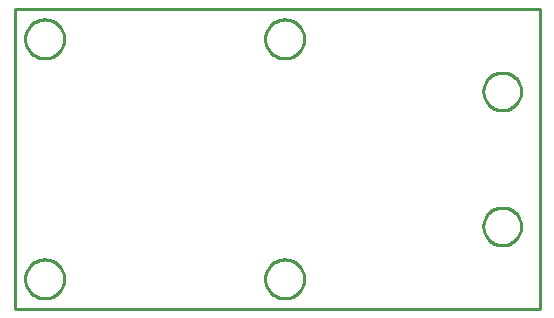
<source format=gko>
G04 EAGLE Gerber RS-274X export*
G75*
%MOMM*%
%FSLAX34Y34*%
%LPD*%
%IN*%
%IPPOS*%
%AMOC8*
5,1,8,0,0,1.08239X$1,22.5*%
G01*
%ADD10C,0.203200*%
%ADD11C,0.000000*%
%ADD12C,0.254000*%


D10*
X444500Y0D02*
X0Y0D01*
X0Y254000D01*
X444500Y254000D01*
X444500Y0D01*
D11*
X396750Y69850D02*
X396755Y70243D01*
X396769Y70635D01*
X396793Y71027D01*
X396827Y71418D01*
X396870Y71809D01*
X396923Y72198D01*
X396986Y72585D01*
X397057Y72971D01*
X397139Y73356D01*
X397229Y73738D01*
X397330Y74117D01*
X397439Y74495D01*
X397558Y74869D01*
X397685Y75240D01*
X397822Y75608D01*
X397968Y75973D01*
X398123Y76334D01*
X398286Y76691D01*
X398458Y77044D01*
X398639Y77392D01*
X398829Y77736D01*
X399026Y78076D01*
X399232Y78410D01*
X399446Y78739D01*
X399669Y79063D01*
X399899Y79381D01*
X400136Y79694D01*
X400382Y80000D01*
X400635Y80301D01*
X400895Y80595D01*
X401162Y80883D01*
X401436Y81164D01*
X401717Y81438D01*
X402005Y81705D01*
X402299Y81965D01*
X402600Y82218D01*
X402906Y82464D01*
X403219Y82701D01*
X403537Y82931D01*
X403861Y83154D01*
X404190Y83368D01*
X404524Y83574D01*
X404864Y83771D01*
X405208Y83961D01*
X405556Y84142D01*
X405909Y84314D01*
X406266Y84477D01*
X406627Y84632D01*
X406992Y84778D01*
X407360Y84915D01*
X407731Y85042D01*
X408105Y85161D01*
X408483Y85270D01*
X408862Y85371D01*
X409244Y85461D01*
X409629Y85543D01*
X410015Y85614D01*
X410402Y85677D01*
X410791Y85730D01*
X411182Y85773D01*
X411573Y85807D01*
X411965Y85831D01*
X412357Y85845D01*
X412750Y85850D01*
X413143Y85845D01*
X413535Y85831D01*
X413927Y85807D01*
X414318Y85773D01*
X414709Y85730D01*
X415098Y85677D01*
X415485Y85614D01*
X415871Y85543D01*
X416256Y85461D01*
X416638Y85371D01*
X417017Y85270D01*
X417395Y85161D01*
X417769Y85042D01*
X418140Y84915D01*
X418508Y84778D01*
X418873Y84632D01*
X419234Y84477D01*
X419591Y84314D01*
X419944Y84142D01*
X420292Y83961D01*
X420636Y83771D01*
X420976Y83574D01*
X421310Y83368D01*
X421639Y83154D01*
X421963Y82931D01*
X422281Y82701D01*
X422594Y82464D01*
X422900Y82218D01*
X423201Y81965D01*
X423495Y81705D01*
X423783Y81438D01*
X424064Y81164D01*
X424338Y80883D01*
X424605Y80595D01*
X424865Y80301D01*
X425118Y80000D01*
X425364Y79694D01*
X425601Y79381D01*
X425831Y79063D01*
X426054Y78739D01*
X426268Y78410D01*
X426474Y78076D01*
X426671Y77736D01*
X426861Y77392D01*
X427042Y77044D01*
X427214Y76691D01*
X427377Y76334D01*
X427532Y75973D01*
X427678Y75608D01*
X427815Y75240D01*
X427942Y74869D01*
X428061Y74495D01*
X428170Y74117D01*
X428271Y73738D01*
X428361Y73356D01*
X428443Y72971D01*
X428514Y72585D01*
X428577Y72198D01*
X428630Y71809D01*
X428673Y71418D01*
X428707Y71027D01*
X428731Y70635D01*
X428745Y70243D01*
X428750Y69850D01*
X428745Y69457D01*
X428731Y69065D01*
X428707Y68673D01*
X428673Y68282D01*
X428630Y67891D01*
X428577Y67502D01*
X428514Y67115D01*
X428443Y66729D01*
X428361Y66344D01*
X428271Y65962D01*
X428170Y65583D01*
X428061Y65205D01*
X427942Y64831D01*
X427815Y64460D01*
X427678Y64092D01*
X427532Y63727D01*
X427377Y63366D01*
X427214Y63009D01*
X427042Y62656D01*
X426861Y62308D01*
X426671Y61964D01*
X426474Y61624D01*
X426268Y61290D01*
X426054Y60961D01*
X425831Y60637D01*
X425601Y60319D01*
X425364Y60006D01*
X425118Y59700D01*
X424865Y59399D01*
X424605Y59105D01*
X424338Y58817D01*
X424064Y58536D01*
X423783Y58262D01*
X423495Y57995D01*
X423201Y57735D01*
X422900Y57482D01*
X422594Y57236D01*
X422281Y56999D01*
X421963Y56769D01*
X421639Y56546D01*
X421310Y56332D01*
X420976Y56126D01*
X420636Y55929D01*
X420292Y55739D01*
X419944Y55558D01*
X419591Y55386D01*
X419234Y55223D01*
X418873Y55068D01*
X418508Y54922D01*
X418140Y54785D01*
X417769Y54658D01*
X417395Y54539D01*
X417017Y54430D01*
X416638Y54329D01*
X416256Y54239D01*
X415871Y54157D01*
X415485Y54086D01*
X415098Y54023D01*
X414709Y53970D01*
X414318Y53927D01*
X413927Y53893D01*
X413535Y53869D01*
X413143Y53855D01*
X412750Y53850D01*
X412357Y53855D01*
X411965Y53869D01*
X411573Y53893D01*
X411182Y53927D01*
X410791Y53970D01*
X410402Y54023D01*
X410015Y54086D01*
X409629Y54157D01*
X409244Y54239D01*
X408862Y54329D01*
X408483Y54430D01*
X408105Y54539D01*
X407731Y54658D01*
X407360Y54785D01*
X406992Y54922D01*
X406627Y55068D01*
X406266Y55223D01*
X405909Y55386D01*
X405556Y55558D01*
X405208Y55739D01*
X404864Y55929D01*
X404524Y56126D01*
X404190Y56332D01*
X403861Y56546D01*
X403537Y56769D01*
X403219Y56999D01*
X402906Y57236D01*
X402600Y57482D01*
X402299Y57735D01*
X402005Y57995D01*
X401717Y58262D01*
X401436Y58536D01*
X401162Y58817D01*
X400895Y59105D01*
X400635Y59399D01*
X400382Y59700D01*
X400136Y60006D01*
X399899Y60319D01*
X399669Y60637D01*
X399446Y60961D01*
X399232Y61290D01*
X399026Y61624D01*
X398829Y61964D01*
X398639Y62308D01*
X398458Y62656D01*
X398286Y63009D01*
X398123Y63366D01*
X397968Y63727D01*
X397822Y64092D01*
X397685Y64460D01*
X397558Y64831D01*
X397439Y65205D01*
X397330Y65583D01*
X397229Y65962D01*
X397139Y66344D01*
X397057Y66729D01*
X396986Y67115D01*
X396923Y67502D01*
X396870Y67891D01*
X396827Y68282D01*
X396793Y68673D01*
X396769Y69065D01*
X396755Y69457D01*
X396750Y69850D01*
X396750Y184150D02*
X396755Y184543D01*
X396769Y184935D01*
X396793Y185327D01*
X396827Y185718D01*
X396870Y186109D01*
X396923Y186498D01*
X396986Y186885D01*
X397057Y187271D01*
X397139Y187656D01*
X397229Y188038D01*
X397330Y188417D01*
X397439Y188795D01*
X397558Y189169D01*
X397685Y189540D01*
X397822Y189908D01*
X397968Y190273D01*
X398123Y190634D01*
X398286Y190991D01*
X398458Y191344D01*
X398639Y191692D01*
X398829Y192036D01*
X399026Y192376D01*
X399232Y192710D01*
X399446Y193039D01*
X399669Y193363D01*
X399899Y193681D01*
X400136Y193994D01*
X400382Y194300D01*
X400635Y194601D01*
X400895Y194895D01*
X401162Y195183D01*
X401436Y195464D01*
X401717Y195738D01*
X402005Y196005D01*
X402299Y196265D01*
X402600Y196518D01*
X402906Y196764D01*
X403219Y197001D01*
X403537Y197231D01*
X403861Y197454D01*
X404190Y197668D01*
X404524Y197874D01*
X404864Y198071D01*
X405208Y198261D01*
X405556Y198442D01*
X405909Y198614D01*
X406266Y198777D01*
X406627Y198932D01*
X406992Y199078D01*
X407360Y199215D01*
X407731Y199342D01*
X408105Y199461D01*
X408483Y199570D01*
X408862Y199671D01*
X409244Y199761D01*
X409629Y199843D01*
X410015Y199914D01*
X410402Y199977D01*
X410791Y200030D01*
X411182Y200073D01*
X411573Y200107D01*
X411965Y200131D01*
X412357Y200145D01*
X412750Y200150D01*
X413143Y200145D01*
X413535Y200131D01*
X413927Y200107D01*
X414318Y200073D01*
X414709Y200030D01*
X415098Y199977D01*
X415485Y199914D01*
X415871Y199843D01*
X416256Y199761D01*
X416638Y199671D01*
X417017Y199570D01*
X417395Y199461D01*
X417769Y199342D01*
X418140Y199215D01*
X418508Y199078D01*
X418873Y198932D01*
X419234Y198777D01*
X419591Y198614D01*
X419944Y198442D01*
X420292Y198261D01*
X420636Y198071D01*
X420976Y197874D01*
X421310Y197668D01*
X421639Y197454D01*
X421963Y197231D01*
X422281Y197001D01*
X422594Y196764D01*
X422900Y196518D01*
X423201Y196265D01*
X423495Y196005D01*
X423783Y195738D01*
X424064Y195464D01*
X424338Y195183D01*
X424605Y194895D01*
X424865Y194601D01*
X425118Y194300D01*
X425364Y193994D01*
X425601Y193681D01*
X425831Y193363D01*
X426054Y193039D01*
X426268Y192710D01*
X426474Y192376D01*
X426671Y192036D01*
X426861Y191692D01*
X427042Y191344D01*
X427214Y190991D01*
X427377Y190634D01*
X427532Y190273D01*
X427678Y189908D01*
X427815Y189540D01*
X427942Y189169D01*
X428061Y188795D01*
X428170Y188417D01*
X428271Y188038D01*
X428361Y187656D01*
X428443Y187271D01*
X428514Y186885D01*
X428577Y186498D01*
X428630Y186109D01*
X428673Y185718D01*
X428707Y185327D01*
X428731Y184935D01*
X428745Y184543D01*
X428750Y184150D01*
X428745Y183757D01*
X428731Y183365D01*
X428707Y182973D01*
X428673Y182582D01*
X428630Y182191D01*
X428577Y181802D01*
X428514Y181415D01*
X428443Y181029D01*
X428361Y180644D01*
X428271Y180262D01*
X428170Y179883D01*
X428061Y179505D01*
X427942Y179131D01*
X427815Y178760D01*
X427678Y178392D01*
X427532Y178027D01*
X427377Y177666D01*
X427214Y177309D01*
X427042Y176956D01*
X426861Y176608D01*
X426671Y176264D01*
X426474Y175924D01*
X426268Y175590D01*
X426054Y175261D01*
X425831Y174937D01*
X425601Y174619D01*
X425364Y174306D01*
X425118Y174000D01*
X424865Y173699D01*
X424605Y173405D01*
X424338Y173117D01*
X424064Y172836D01*
X423783Y172562D01*
X423495Y172295D01*
X423201Y172035D01*
X422900Y171782D01*
X422594Y171536D01*
X422281Y171299D01*
X421963Y171069D01*
X421639Y170846D01*
X421310Y170632D01*
X420976Y170426D01*
X420636Y170229D01*
X420292Y170039D01*
X419944Y169858D01*
X419591Y169686D01*
X419234Y169523D01*
X418873Y169368D01*
X418508Y169222D01*
X418140Y169085D01*
X417769Y168958D01*
X417395Y168839D01*
X417017Y168730D01*
X416638Y168629D01*
X416256Y168539D01*
X415871Y168457D01*
X415485Y168386D01*
X415098Y168323D01*
X414709Y168270D01*
X414318Y168227D01*
X413927Y168193D01*
X413535Y168169D01*
X413143Y168155D01*
X412750Y168150D01*
X412357Y168155D01*
X411965Y168169D01*
X411573Y168193D01*
X411182Y168227D01*
X410791Y168270D01*
X410402Y168323D01*
X410015Y168386D01*
X409629Y168457D01*
X409244Y168539D01*
X408862Y168629D01*
X408483Y168730D01*
X408105Y168839D01*
X407731Y168958D01*
X407360Y169085D01*
X406992Y169222D01*
X406627Y169368D01*
X406266Y169523D01*
X405909Y169686D01*
X405556Y169858D01*
X405208Y170039D01*
X404864Y170229D01*
X404524Y170426D01*
X404190Y170632D01*
X403861Y170846D01*
X403537Y171069D01*
X403219Y171299D01*
X402906Y171536D01*
X402600Y171782D01*
X402299Y172035D01*
X402005Y172295D01*
X401717Y172562D01*
X401436Y172836D01*
X401162Y173117D01*
X400895Y173405D01*
X400635Y173699D01*
X400382Y174000D01*
X400136Y174306D01*
X399899Y174619D01*
X399669Y174937D01*
X399446Y175261D01*
X399232Y175590D01*
X399026Y175924D01*
X398829Y176264D01*
X398639Y176608D01*
X398458Y176956D01*
X398286Y177309D01*
X398123Y177666D01*
X397968Y178027D01*
X397822Y178392D01*
X397685Y178760D01*
X397558Y179131D01*
X397439Y179505D01*
X397330Y179883D01*
X397229Y180262D01*
X397139Y180644D01*
X397057Y181029D01*
X396986Y181415D01*
X396923Y181802D01*
X396870Y182191D01*
X396827Y182582D01*
X396793Y182973D01*
X396769Y183365D01*
X396755Y183757D01*
X396750Y184150D01*
X212090Y25400D02*
X212095Y25805D01*
X212110Y26210D01*
X212135Y26615D01*
X212170Y27018D01*
X212214Y27421D01*
X212269Y27823D01*
X212333Y28223D01*
X212407Y28621D01*
X212491Y29017D01*
X212585Y29412D01*
X212688Y29803D01*
X212801Y30193D01*
X212923Y30579D01*
X213055Y30962D01*
X213196Y31342D01*
X213347Y31718D01*
X213506Y32091D01*
X213675Y32459D01*
X213853Y32823D01*
X214039Y33183D01*
X214235Y33538D01*
X214439Y33888D01*
X214651Y34233D01*
X214872Y34572D01*
X215102Y34907D01*
X215339Y35235D01*
X215584Y35557D01*
X215838Y35874D01*
X216098Y36184D01*
X216367Y36487D01*
X216643Y36784D01*
X216926Y37074D01*
X217216Y37357D01*
X217513Y37633D01*
X217816Y37902D01*
X218126Y38162D01*
X218443Y38416D01*
X218765Y38661D01*
X219093Y38898D01*
X219428Y39128D01*
X219767Y39349D01*
X220112Y39561D01*
X220462Y39765D01*
X220817Y39961D01*
X221177Y40147D01*
X221541Y40325D01*
X221909Y40494D01*
X222282Y40653D01*
X222658Y40804D01*
X223038Y40945D01*
X223421Y41077D01*
X223807Y41199D01*
X224197Y41312D01*
X224588Y41415D01*
X224983Y41509D01*
X225379Y41593D01*
X225777Y41667D01*
X226177Y41731D01*
X226579Y41786D01*
X226982Y41830D01*
X227385Y41865D01*
X227790Y41890D01*
X228195Y41905D01*
X228600Y41910D01*
X229005Y41905D01*
X229410Y41890D01*
X229815Y41865D01*
X230218Y41830D01*
X230621Y41786D01*
X231023Y41731D01*
X231423Y41667D01*
X231821Y41593D01*
X232217Y41509D01*
X232612Y41415D01*
X233003Y41312D01*
X233393Y41199D01*
X233779Y41077D01*
X234162Y40945D01*
X234542Y40804D01*
X234918Y40653D01*
X235291Y40494D01*
X235659Y40325D01*
X236023Y40147D01*
X236383Y39961D01*
X236738Y39765D01*
X237088Y39561D01*
X237433Y39349D01*
X237772Y39128D01*
X238107Y38898D01*
X238435Y38661D01*
X238757Y38416D01*
X239074Y38162D01*
X239384Y37902D01*
X239687Y37633D01*
X239984Y37357D01*
X240274Y37074D01*
X240557Y36784D01*
X240833Y36487D01*
X241102Y36184D01*
X241362Y35874D01*
X241616Y35557D01*
X241861Y35235D01*
X242098Y34907D01*
X242328Y34572D01*
X242549Y34233D01*
X242761Y33888D01*
X242965Y33538D01*
X243161Y33183D01*
X243347Y32823D01*
X243525Y32459D01*
X243694Y32091D01*
X243853Y31718D01*
X244004Y31342D01*
X244145Y30962D01*
X244277Y30579D01*
X244399Y30193D01*
X244512Y29803D01*
X244615Y29412D01*
X244709Y29017D01*
X244793Y28621D01*
X244867Y28223D01*
X244931Y27823D01*
X244986Y27421D01*
X245030Y27018D01*
X245065Y26615D01*
X245090Y26210D01*
X245105Y25805D01*
X245110Y25400D01*
X245105Y24995D01*
X245090Y24590D01*
X245065Y24185D01*
X245030Y23782D01*
X244986Y23379D01*
X244931Y22977D01*
X244867Y22577D01*
X244793Y22179D01*
X244709Y21783D01*
X244615Y21388D01*
X244512Y20997D01*
X244399Y20607D01*
X244277Y20221D01*
X244145Y19838D01*
X244004Y19458D01*
X243853Y19082D01*
X243694Y18709D01*
X243525Y18341D01*
X243347Y17977D01*
X243161Y17617D01*
X242965Y17262D01*
X242761Y16912D01*
X242549Y16567D01*
X242328Y16228D01*
X242098Y15893D01*
X241861Y15565D01*
X241616Y15243D01*
X241362Y14926D01*
X241102Y14616D01*
X240833Y14313D01*
X240557Y14016D01*
X240274Y13726D01*
X239984Y13443D01*
X239687Y13167D01*
X239384Y12898D01*
X239074Y12638D01*
X238757Y12384D01*
X238435Y12139D01*
X238107Y11902D01*
X237772Y11672D01*
X237433Y11451D01*
X237088Y11239D01*
X236738Y11035D01*
X236383Y10839D01*
X236023Y10653D01*
X235659Y10475D01*
X235291Y10306D01*
X234918Y10147D01*
X234542Y9996D01*
X234162Y9855D01*
X233779Y9723D01*
X233393Y9601D01*
X233003Y9488D01*
X232612Y9385D01*
X232217Y9291D01*
X231821Y9207D01*
X231423Y9133D01*
X231023Y9069D01*
X230621Y9014D01*
X230218Y8970D01*
X229815Y8935D01*
X229410Y8910D01*
X229005Y8895D01*
X228600Y8890D01*
X228195Y8895D01*
X227790Y8910D01*
X227385Y8935D01*
X226982Y8970D01*
X226579Y9014D01*
X226177Y9069D01*
X225777Y9133D01*
X225379Y9207D01*
X224983Y9291D01*
X224588Y9385D01*
X224197Y9488D01*
X223807Y9601D01*
X223421Y9723D01*
X223038Y9855D01*
X222658Y9996D01*
X222282Y10147D01*
X221909Y10306D01*
X221541Y10475D01*
X221177Y10653D01*
X220817Y10839D01*
X220462Y11035D01*
X220112Y11239D01*
X219767Y11451D01*
X219428Y11672D01*
X219093Y11902D01*
X218765Y12139D01*
X218443Y12384D01*
X218126Y12638D01*
X217816Y12898D01*
X217513Y13167D01*
X217216Y13443D01*
X216926Y13726D01*
X216643Y14016D01*
X216367Y14313D01*
X216098Y14616D01*
X215838Y14926D01*
X215584Y15243D01*
X215339Y15565D01*
X215102Y15893D01*
X214872Y16228D01*
X214651Y16567D01*
X214439Y16912D01*
X214235Y17262D01*
X214039Y17617D01*
X213853Y17977D01*
X213675Y18341D01*
X213506Y18709D01*
X213347Y19082D01*
X213196Y19458D01*
X213055Y19838D01*
X212923Y20221D01*
X212801Y20607D01*
X212688Y20997D01*
X212585Y21388D01*
X212491Y21783D01*
X212407Y22179D01*
X212333Y22577D01*
X212269Y22977D01*
X212214Y23379D01*
X212170Y23782D01*
X212135Y24185D01*
X212110Y24590D01*
X212095Y24995D01*
X212090Y25400D01*
X212090Y228600D02*
X212095Y229005D01*
X212110Y229410D01*
X212135Y229815D01*
X212170Y230218D01*
X212214Y230621D01*
X212269Y231023D01*
X212333Y231423D01*
X212407Y231821D01*
X212491Y232217D01*
X212585Y232612D01*
X212688Y233003D01*
X212801Y233393D01*
X212923Y233779D01*
X213055Y234162D01*
X213196Y234542D01*
X213347Y234918D01*
X213506Y235291D01*
X213675Y235659D01*
X213853Y236023D01*
X214039Y236383D01*
X214235Y236738D01*
X214439Y237088D01*
X214651Y237433D01*
X214872Y237772D01*
X215102Y238107D01*
X215339Y238435D01*
X215584Y238757D01*
X215838Y239074D01*
X216098Y239384D01*
X216367Y239687D01*
X216643Y239984D01*
X216926Y240274D01*
X217216Y240557D01*
X217513Y240833D01*
X217816Y241102D01*
X218126Y241362D01*
X218443Y241616D01*
X218765Y241861D01*
X219093Y242098D01*
X219428Y242328D01*
X219767Y242549D01*
X220112Y242761D01*
X220462Y242965D01*
X220817Y243161D01*
X221177Y243347D01*
X221541Y243525D01*
X221909Y243694D01*
X222282Y243853D01*
X222658Y244004D01*
X223038Y244145D01*
X223421Y244277D01*
X223807Y244399D01*
X224197Y244512D01*
X224588Y244615D01*
X224983Y244709D01*
X225379Y244793D01*
X225777Y244867D01*
X226177Y244931D01*
X226579Y244986D01*
X226982Y245030D01*
X227385Y245065D01*
X227790Y245090D01*
X228195Y245105D01*
X228600Y245110D01*
X229005Y245105D01*
X229410Y245090D01*
X229815Y245065D01*
X230218Y245030D01*
X230621Y244986D01*
X231023Y244931D01*
X231423Y244867D01*
X231821Y244793D01*
X232217Y244709D01*
X232612Y244615D01*
X233003Y244512D01*
X233393Y244399D01*
X233779Y244277D01*
X234162Y244145D01*
X234542Y244004D01*
X234918Y243853D01*
X235291Y243694D01*
X235659Y243525D01*
X236023Y243347D01*
X236383Y243161D01*
X236738Y242965D01*
X237088Y242761D01*
X237433Y242549D01*
X237772Y242328D01*
X238107Y242098D01*
X238435Y241861D01*
X238757Y241616D01*
X239074Y241362D01*
X239384Y241102D01*
X239687Y240833D01*
X239984Y240557D01*
X240274Y240274D01*
X240557Y239984D01*
X240833Y239687D01*
X241102Y239384D01*
X241362Y239074D01*
X241616Y238757D01*
X241861Y238435D01*
X242098Y238107D01*
X242328Y237772D01*
X242549Y237433D01*
X242761Y237088D01*
X242965Y236738D01*
X243161Y236383D01*
X243347Y236023D01*
X243525Y235659D01*
X243694Y235291D01*
X243853Y234918D01*
X244004Y234542D01*
X244145Y234162D01*
X244277Y233779D01*
X244399Y233393D01*
X244512Y233003D01*
X244615Y232612D01*
X244709Y232217D01*
X244793Y231821D01*
X244867Y231423D01*
X244931Y231023D01*
X244986Y230621D01*
X245030Y230218D01*
X245065Y229815D01*
X245090Y229410D01*
X245105Y229005D01*
X245110Y228600D01*
X245105Y228195D01*
X245090Y227790D01*
X245065Y227385D01*
X245030Y226982D01*
X244986Y226579D01*
X244931Y226177D01*
X244867Y225777D01*
X244793Y225379D01*
X244709Y224983D01*
X244615Y224588D01*
X244512Y224197D01*
X244399Y223807D01*
X244277Y223421D01*
X244145Y223038D01*
X244004Y222658D01*
X243853Y222282D01*
X243694Y221909D01*
X243525Y221541D01*
X243347Y221177D01*
X243161Y220817D01*
X242965Y220462D01*
X242761Y220112D01*
X242549Y219767D01*
X242328Y219428D01*
X242098Y219093D01*
X241861Y218765D01*
X241616Y218443D01*
X241362Y218126D01*
X241102Y217816D01*
X240833Y217513D01*
X240557Y217216D01*
X240274Y216926D01*
X239984Y216643D01*
X239687Y216367D01*
X239384Y216098D01*
X239074Y215838D01*
X238757Y215584D01*
X238435Y215339D01*
X238107Y215102D01*
X237772Y214872D01*
X237433Y214651D01*
X237088Y214439D01*
X236738Y214235D01*
X236383Y214039D01*
X236023Y213853D01*
X235659Y213675D01*
X235291Y213506D01*
X234918Y213347D01*
X234542Y213196D01*
X234162Y213055D01*
X233779Y212923D01*
X233393Y212801D01*
X233003Y212688D01*
X232612Y212585D01*
X232217Y212491D01*
X231821Y212407D01*
X231423Y212333D01*
X231023Y212269D01*
X230621Y212214D01*
X230218Y212170D01*
X229815Y212135D01*
X229410Y212110D01*
X229005Y212095D01*
X228600Y212090D01*
X228195Y212095D01*
X227790Y212110D01*
X227385Y212135D01*
X226982Y212170D01*
X226579Y212214D01*
X226177Y212269D01*
X225777Y212333D01*
X225379Y212407D01*
X224983Y212491D01*
X224588Y212585D01*
X224197Y212688D01*
X223807Y212801D01*
X223421Y212923D01*
X223038Y213055D01*
X222658Y213196D01*
X222282Y213347D01*
X221909Y213506D01*
X221541Y213675D01*
X221177Y213853D01*
X220817Y214039D01*
X220462Y214235D01*
X220112Y214439D01*
X219767Y214651D01*
X219428Y214872D01*
X219093Y215102D01*
X218765Y215339D01*
X218443Y215584D01*
X218126Y215838D01*
X217816Y216098D01*
X217513Y216367D01*
X217216Y216643D01*
X216926Y216926D01*
X216643Y217216D01*
X216367Y217513D01*
X216098Y217816D01*
X215838Y218126D01*
X215584Y218443D01*
X215339Y218765D01*
X215102Y219093D01*
X214872Y219428D01*
X214651Y219767D01*
X214439Y220112D01*
X214235Y220462D01*
X214039Y220817D01*
X213853Y221177D01*
X213675Y221541D01*
X213506Y221909D01*
X213347Y222282D01*
X213196Y222658D01*
X213055Y223038D01*
X212923Y223421D01*
X212801Y223807D01*
X212688Y224197D01*
X212585Y224588D01*
X212491Y224983D01*
X212407Y225379D01*
X212333Y225777D01*
X212269Y226177D01*
X212214Y226579D01*
X212170Y226982D01*
X212135Y227385D01*
X212110Y227790D01*
X212095Y228195D01*
X212090Y228600D01*
X8890Y25400D02*
X8895Y25805D01*
X8910Y26210D01*
X8935Y26615D01*
X8970Y27018D01*
X9014Y27421D01*
X9069Y27823D01*
X9133Y28223D01*
X9207Y28621D01*
X9291Y29017D01*
X9385Y29412D01*
X9488Y29803D01*
X9601Y30193D01*
X9723Y30579D01*
X9855Y30962D01*
X9996Y31342D01*
X10147Y31718D01*
X10306Y32091D01*
X10475Y32459D01*
X10653Y32823D01*
X10839Y33183D01*
X11035Y33538D01*
X11239Y33888D01*
X11451Y34233D01*
X11672Y34572D01*
X11902Y34907D01*
X12139Y35235D01*
X12384Y35557D01*
X12638Y35874D01*
X12898Y36184D01*
X13167Y36487D01*
X13443Y36784D01*
X13726Y37074D01*
X14016Y37357D01*
X14313Y37633D01*
X14616Y37902D01*
X14926Y38162D01*
X15243Y38416D01*
X15565Y38661D01*
X15893Y38898D01*
X16228Y39128D01*
X16567Y39349D01*
X16912Y39561D01*
X17262Y39765D01*
X17617Y39961D01*
X17977Y40147D01*
X18341Y40325D01*
X18709Y40494D01*
X19082Y40653D01*
X19458Y40804D01*
X19838Y40945D01*
X20221Y41077D01*
X20607Y41199D01*
X20997Y41312D01*
X21388Y41415D01*
X21783Y41509D01*
X22179Y41593D01*
X22577Y41667D01*
X22977Y41731D01*
X23379Y41786D01*
X23782Y41830D01*
X24185Y41865D01*
X24590Y41890D01*
X24995Y41905D01*
X25400Y41910D01*
X25805Y41905D01*
X26210Y41890D01*
X26615Y41865D01*
X27018Y41830D01*
X27421Y41786D01*
X27823Y41731D01*
X28223Y41667D01*
X28621Y41593D01*
X29017Y41509D01*
X29412Y41415D01*
X29803Y41312D01*
X30193Y41199D01*
X30579Y41077D01*
X30962Y40945D01*
X31342Y40804D01*
X31718Y40653D01*
X32091Y40494D01*
X32459Y40325D01*
X32823Y40147D01*
X33183Y39961D01*
X33538Y39765D01*
X33888Y39561D01*
X34233Y39349D01*
X34572Y39128D01*
X34907Y38898D01*
X35235Y38661D01*
X35557Y38416D01*
X35874Y38162D01*
X36184Y37902D01*
X36487Y37633D01*
X36784Y37357D01*
X37074Y37074D01*
X37357Y36784D01*
X37633Y36487D01*
X37902Y36184D01*
X38162Y35874D01*
X38416Y35557D01*
X38661Y35235D01*
X38898Y34907D01*
X39128Y34572D01*
X39349Y34233D01*
X39561Y33888D01*
X39765Y33538D01*
X39961Y33183D01*
X40147Y32823D01*
X40325Y32459D01*
X40494Y32091D01*
X40653Y31718D01*
X40804Y31342D01*
X40945Y30962D01*
X41077Y30579D01*
X41199Y30193D01*
X41312Y29803D01*
X41415Y29412D01*
X41509Y29017D01*
X41593Y28621D01*
X41667Y28223D01*
X41731Y27823D01*
X41786Y27421D01*
X41830Y27018D01*
X41865Y26615D01*
X41890Y26210D01*
X41905Y25805D01*
X41910Y25400D01*
X41905Y24995D01*
X41890Y24590D01*
X41865Y24185D01*
X41830Y23782D01*
X41786Y23379D01*
X41731Y22977D01*
X41667Y22577D01*
X41593Y22179D01*
X41509Y21783D01*
X41415Y21388D01*
X41312Y20997D01*
X41199Y20607D01*
X41077Y20221D01*
X40945Y19838D01*
X40804Y19458D01*
X40653Y19082D01*
X40494Y18709D01*
X40325Y18341D01*
X40147Y17977D01*
X39961Y17617D01*
X39765Y17262D01*
X39561Y16912D01*
X39349Y16567D01*
X39128Y16228D01*
X38898Y15893D01*
X38661Y15565D01*
X38416Y15243D01*
X38162Y14926D01*
X37902Y14616D01*
X37633Y14313D01*
X37357Y14016D01*
X37074Y13726D01*
X36784Y13443D01*
X36487Y13167D01*
X36184Y12898D01*
X35874Y12638D01*
X35557Y12384D01*
X35235Y12139D01*
X34907Y11902D01*
X34572Y11672D01*
X34233Y11451D01*
X33888Y11239D01*
X33538Y11035D01*
X33183Y10839D01*
X32823Y10653D01*
X32459Y10475D01*
X32091Y10306D01*
X31718Y10147D01*
X31342Y9996D01*
X30962Y9855D01*
X30579Y9723D01*
X30193Y9601D01*
X29803Y9488D01*
X29412Y9385D01*
X29017Y9291D01*
X28621Y9207D01*
X28223Y9133D01*
X27823Y9069D01*
X27421Y9014D01*
X27018Y8970D01*
X26615Y8935D01*
X26210Y8910D01*
X25805Y8895D01*
X25400Y8890D01*
X24995Y8895D01*
X24590Y8910D01*
X24185Y8935D01*
X23782Y8970D01*
X23379Y9014D01*
X22977Y9069D01*
X22577Y9133D01*
X22179Y9207D01*
X21783Y9291D01*
X21388Y9385D01*
X20997Y9488D01*
X20607Y9601D01*
X20221Y9723D01*
X19838Y9855D01*
X19458Y9996D01*
X19082Y10147D01*
X18709Y10306D01*
X18341Y10475D01*
X17977Y10653D01*
X17617Y10839D01*
X17262Y11035D01*
X16912Y11239D01*
X16567Y11451D01*
X16228Y11672D01*
X15893Y11902D01*
X15565Y12139D01*
X15243Y12384D01*
X14926Y12638D01*
X14616Y12898D01*
X14313Y13167D01*
X14016Y13443D01*
X13726Y13726D01*
X13443Y14016D01*
X13167Y14313D01*
X12898Y14616D01*
X12638Y14926D01*
X12384Y15243D01*
X12139Y15565D01*
X11902Y15893D01*
X11672Y16228D01*
X11451Y16567D01*
X11239Y16912D01*
X11035Y17262D01*
X10839Y17617D01*
X10653Y17977D01*
X10475Y18341D01*
X10306Y18709D01*
X10147Y19082D01*
X9996Y19458D01*
X9855Y19838D01*
X9723Y20221D01*
X9601Y20607D01*
X9488Y20997D01*
X9385Y21388D01*
X9291Y21783D01*
X9207Y22179D01*
X9133Y22577D01*
X9069Y22977D01*
X9014Y23379D01*
X8970Y23782D01*
X8935Y24185D01*
X8910Y24590D01*
X8895Y24995D01*
X8890Y25400D01*
X8890Y228600D02*
X8895Y229005D01*
X8910Y229410D01*
X8935Y229815D01*
X8970Y230218D01*
X9014Y230621D01*
X9069Y231023D01*
X9133Y231423D01*
X9207Y231821D01*
X9291Y232217D01*
X9385Y232612D01*
X9488Y233003D01*
X9601Y233393D01*
X9723Y233779D01*
X9855Y234162D01*
X9996Y234542D01*
X10147Y234918D01*
X10306Y235291D01*
X10475Y235659D01*
X10653Y236023D01*
X10839Y236383D01*
X11035Y236738D01*
X11239Y237088D01*
X11451Y237433D01*
X11672Y237772D01*
X11902Y238107D01*
X12139Y238435D01*
X12384Y238757D01*
X12638Y239074D01*
X12898Y239384D01*
X13167Y239687D01*
X13443Y239984D01*
X13726Y240274D01*
X14016Y240557D01*
X14313Y240833D01*
X14616Y241102D01*
X14926Y241362D01*
X15243Y241616D01*
X15565Y241861D01*
X15893Y242098D01*
X16228Y242328D01*
X16567Y242549D01*
X16912Y242761D01*
X17262Y242965D01*
X17617Y243161D01*
X17977Y243347D01*
X18341Y243525D01*
X18709Y243694D01*
X19082Y243853D01*
X19458Y244004D01*
X19838Y244145D01*
X20221Y244277D01*
X20607Y244399D01*
X20997Y244512D01*
X21388Y244615D01*
X21783Y244709D01*
X22179Y244793D01*
X22577Y244867D01*
X22977Y244931D01*
X23379Y244986D01*
X23782Y245030D01*
X24185Y245065D01*
X24590Y245090D01*
X24995Y245105D01*
X25400Y245110D01*
X25805Y245105D01*
X26210Y245090D01*
X26615Y245065D01*
X27018Y245030D01*
X27421Y244986D01*
X27823Y244931D01*
X28223Y244867D01*
X28621Y244793D01*
X29017Y244709D01*
X29412Y244615D01*
X29803Y244512D01*
X30193Y244399D01*
X30579Y244277D01*
X30962Y244145D01*
X31342Y244004D01*
X31718Y243853D01*
X32091Y243694D01*
X32459Y243525D01*
X32823Y243347D01*
X33183Y243161D01*
X33538Y242965D01*
X33888Y242761D01*
X34233Y242549D01*
X34572Y242328D01*
X34907Y242098D01*
X35235Y241861D01*
X35557Y241616D01*
X35874Y241362D01*
X36184Y241102D01*
X36487Y240833D01*
X36784Y240557D01*
X37074Y240274D01*
X37357Y239984D01*
X37633Y239687D01*
X37902Y239384D01*
X38162Y239074D01*
X38416Y238757D01*
X38661Y238435D01*
X38898Y238107D01*
X39128Y237772D01*
X39349Y237433D01*
X39561Y237088D01*
X39765Y236738D01*
X39961Y236383D01*
X40147Y236023D01*
X40325Y235659D01*
X40494Y235291D01*
X40653Y234918D01*
X40804Y234542D01*
X40945Y234162D01*
X41077Y233779D01*
X41199Y233393D01*
X41312Y233003D01*
X41415Y232612D01*
X41509Y232217D01*
X41593Y231821D01*
X41667Y231423D01*
X41731Y231023D01*
X41786Y230621D01*
X41830Y230218D01*
X41865Y229815D01*
X41890Y229410D01*
X41905Y229005D01*
X41910Y228600D01*
X41905Y228195D01*
X41890Y227790D01*
X41865Y227385D01*
X41830Y226982D01*
X41786Y226579D01*
X41731Y226177D01*
X41667Y225777D01*
X41593Y225379D01*
X41509Y224983D01*
X41415Y224588D01*
X41312Y224197D01*
X41199Y223807D01*
X41077Y223421D01*
X40945Y223038D01*
X40804Y222658D01*
X40653Y222282D01*
X40494Y221909D01*
X40325Y221541D01*
X40147Y221177D01*
X39961Y220817D01*
X39765Y220462D01*
X39561Y220112D01*
X39349Y219767D01*
X39128Y219428D01*
X38898Y219093D01*
X38661Y218765D01*
X38416Y218443D01*
X38162Y218126D01*
X37902Y217816D01*
X37633Y217513D01*
X37357Y217216D01*
X37074Y216926D01*
X36784Y216643D01*
X36487Y216367D01*
X36184Y216098D01*
X35874Y215838D01*
X35557Y215584D01*
X35235Y215339D01*
X34907Y215102D01*
X34572Y214872D01*
X34233Y214651D01*
X33888Y214439D01*
X33538Y214235D01*
X33183Y214039D01*
X32823Y213853D01*
X32459Y213675D01*
X32091Y213506D01*
X31718Y213347D01*
X31342Y213196D01*
X30962Y213055D01*
X30579Y212923D01*
X30193Y212801D01*
X29803Y212688D01*
X29412Y212585D01*
X29017Y212491D01*
X28621Y212407D01*
X28223Y212333D01*
X27823Y212269D01*
X27421Y212214D01*
X27018Y212170D01*
X26615Y212135D01*
X26210Y212110D01*
X25805Y212095D01*
X25400Y212090D01*
X24995Y212095D01*
X24590Y212110D01*
X24185Y212135D01*
X23782Y212170D01*
X23379Y212214D01*
X22977Y212269D01*
X22577Y212333D01*
X22179Y212407D01*
X21783Y212491D01*
X21388Y212585D01*
X20997Y212688D01*
X20607Y212801D01*
X20221Y212923D01*
X19838Y213055D01*
X19458Y213196D01*
X19082Y213347D01*
X18709Y213506D01*
X18341Y213675D01*
X17977Y213853D01*
X17617Y214039D01*
X17262Y214235D01*
X16912Y214439D01*
X16567Y214651D01*
X16228Y214872D01*
X15893Y215102D01*
X15565Y215339D01*
X15243Y215584D01*
X14926Y215838D01*
X14616Y216098D01*
X14313Y216367D01*
X14016Y216643D01*
X13726Y216926D01*
X13443Y217216D01*
X13167Y217513D01*
X12898Y217816D01*
X12638Y218126D01*
X12384Y218443D01*
X12139Y218765D01*
X11902Y219093D01*
X11672Y219428D01*
X11451Y219767D01*
X11239Y220112D01*
X11035Y220462D01*
X10839Y220817D01*
X10653Y221177D01*
X10475Y221541D01*
X10306Y221909D01*
X10147Y222282D01*
X9996Y222658D01*
X9855Y223038D01*
X9723Y223421D01*
X9601Y223807D01*
X9488Y224197D01*
X9385Y224588D01*
X9291Y224983D01*
X9207Y225379D01*
X9133Y225777D01*
X9069Y226177D01*
X9014Y226579D01*
X8970Y226982D01*
X8935Y227385D01*
X8910Y227790D01*
X8895Y228195D01*
X8890Y228600D01*
D12*
X0Y0D02*
X444500Y0D01*
X444500Y254000D01*
X0Y254000D01*
X0Y0D01*
X413274Y85850D02*
X414319Y85782D01*
X415358Y85645D01*
X416385Y85440D01*
X417397Y85169D01*
X418389Y84833D01*
X419357Y84432D01*
X420296Y83968D01*
X421204Y83445D01*
X422075Y82863D01*
X422906Y82225D01*
X423693Y81534D01*
X424434Y80793D01*
X425125Y80006D01*
X425763Y79175D01*
X426345Y78304D01*
X426868Y77396D01*
X427332Y76457D01*
X427733Y75489D01*
X428069Y74497D01*
X428340Y73485D01*
X428545Y72458D01*
X428682Y71419D01*
X428750Y70374D01*
X428750Y69326D01*
X428682Y68281D01*
X428545Y67242D01*
X428340Y66215D01*
X428069Y65203D01*
X427733Y64211D01*
X427332Y63243D01*
X426868Y62304D01*
X426345Y61396D01*
X425763Y60525D01*
X425125Y59694D01*
X424434Y58907D01*
X423693Y58166D01*
X422906Y57475D01*
X422075Y56838D01*
X421204Y56256D01*
X420296Y55732D01*
X419357Y55268D01*
X418389Y54867D01*
X417397Y54531D01*
X416385Y54260D01*
X415358Y54055D01*
X414319Y53919D01*
X413274Y53850D01*
X412226Y53850D01*
X411181Y53919D01*
X410142Y54055D01*
X409115Y54260D01*
X408103Y54531D01*
X407111Y54867D01*
X406143Y55268D01*
X405204Y55732D01*
X404296Y56256D01*
X403425Y56838D01*
X402594Y57475D01*
X401807Y58166D01*
X401066Y58907D01*
X400375Y59694D01*
X399738Y60525D01*
X399156Y61396D01*
X398632Y62304D01*
X398168Y63243D01*
X397767Y64211D01*
X397431Y65203D01*
X397160Y66215D01*
X396955Y67242D01*
X396819Y68281D01*
X396750Y69326D01*
X396750Y70374D01*
X396819Y71419D01*
X396955Y72458D01*
X397160Y73485D01*
X397431Y74497D01*
X397767Y75489D01*
X398168Y76457D01*
X398632Y77396D01*
X399156Y78304D01*
X399738Y79175D01*
X400375Y80006D01*
X401066Y80793D01*
X401807Y81534D01*
X402594Y82225D01*
X403425Y82863D01*
X404296Y83445D01*
X405204Y83968D01*
X406143Y84432D01*
X407111Y84833D01*
X408103Y85169D01*
X409115Y85440D01*
X410142Y85645D01*
X411181Y85782D01*
X412226Y85850D01*
X413274Y85850D01*
X413274Y200150D02*
X414319Y200082D01*
X415358Y199945D01*
X416385Y199740D01*
X417397Y199469D01*
X418389Y199133D01*
X419357Y198732D01*
X420296Y198268D01*
X421204Y197745D01*
X422075Y197163D01*
X422906Y196525D01*
X423693Y195834D01*
X424434Y195093D01*
X425125Y194306D01*
X425763Y193475D01*
X426345Y192604D01*
X426868Y191696D01*
X427332Y190757D01*
X427733Y189789D01*
X428069Y188797D01*
X428340Y187785D01*
X428545Y186758D01*
X428682Y185719D01*
X428750Y184674D01*
X428750Y183626D01*
X428682Y182581D01*
X428545Y181542D01*
X428340Y180515D01*
X428069Y179503D01*
X427733Y178511D01*
X427332Y177543D01*
X426868Y176604D01*
X426345Y175696D01*
X425763Y174825D01*
X425125Y173994D01*
X424434Y173207D01*
X423693Y172466D01*
X422906Y171775D01*
X422075Y171138D01*
X421204Y170556D01*
X420296Y170032D01*
X419357Y169568D01*
X418389Y169167D01*
X417397Y168831D01*
X416385Y168560D01*
X415358Y168355D01*
X414319Y168219D01*
X413274Y168150D01*
X412226Y168150D01*
X411181Y168219D01*
X410142Y168355D01*
X409115Y168560D01*
X408103Y168831D01*
X407111Y169167D01*
X406143Y169568D01*
X405204Y170032D01*
X404296Y170556D01*
X403425Y171138D01*
X402594Y171775D01*
X401807Y172466D01*
X401066Y173207D01*
X400375Y173994D01*
X399738Y174825D01*
X399156Y175696D01*
X398632Y176604D01*
X398168Y177543D01*
X397767Y178511D01*
X397431Y179503D01*
X397160Y180515D01*
X396955Y181542D01*
X396819Y182581D01*
X396750Y183626D01*
X396750Y184674D01*
X396819Y185719D01*
X396955Y186758D01*
X397160Y187785D01*
X397431Y188797D01*
X397767Y189789D01*
X398168Y190757D01*
X398632Y191696D01*
X399156Y192604D01*
X399738Y193475D01*
X400375Y194306D01*
X401066Y195093D01*
X401807Y195834D01*
X402594Y196525D01*
X403425Y197163D01*
X404296Y197745D01*
X405204Y198268D01*
X406143Y198732D01*
X407111Y199133D01*
X408103Y199469D01*
X409115Y199740D01*
X410142Y199945D01*
X411181Y200082D01*
X412226Y200150D01*
X413274Y200150D01*
X229140Y41910D02*
X230219Y41839D01*
X231291Y41698D01*
X232351Y41487D01*
X233395Y41208D01*
X234419Y40860D01*
X235417Y40446D01*
X236387Y39968D01*
X237323Y39428D01*
X238222Y38827D01*
X239079Y38169D01*
X239892Y37457D01*
X240657Y36692D01*
X241369Y35879D01*
X242027Y35022D01*
X242628Y34123D01*
X243168Y33187D01*
X243646Y32217D01*
X244060Y31219D01*
X244408Y30195D01*
X244687Y29151D01*
X244898Y28091D01*
X245039Y27019D01*
X245110Y25940D01*
X245110Y24860D01*
X245039Y23781D01*
X244898Y22709D01*
X244687Y21649D01*
X244408Y20605D01*
X244060Y19581D01*
X243646Y18583D01*
X243168Y17613D01*
X242628Y16677D01*
X242027Y15778D01*
X241369Y14921D01*
X240657Y14108D01*
X239892Y13344D01*
X239079Y12631D01*
X238222Y11973D01*
X237323Y11372D01*
X236387Y10832D01*
X235417Y10354D01*
X234419Y9940D01*
X233395Y9592D01*
X232351Y9313D01*
X231291Y9102D01*
X230219Y8961D01*
X229140Y8890D01*
X228060Y8890D01*
X226981Y8961D01*
X225909Y9102D01*
X224849Y9313D01*
X223805Y9592D01*
X222781Y9940D01*
X221783Y10354D01*
X220813Y10832D01*
X219877Y11372D01*
X218978Y11973D01*
X218121Y12631D01*
X217308Y13344D01*
X216544Y14108D01*
X215831Y14921D01*
X215173Y15778D01*
X214572Y16677D01*
X214032Y17613D01*
X213554Y18583D01*
X213140Y19581D01*
X212792Y20605D01*
X212513Y21649D01*
X212302Y22709D01*
X212161Y23781D01*
X212090Y24860D01*
X212090Y25940D01*
X212161Y27019D01*
X212302Y28091D01*
X212513Y29151D01*
X212792Y30195D01*
X213140Y31219D01*
X213554Y32217D01*
X214032Y33187D01*
X214572Y34123D01*
X215173Y35022D01*
X215831Y35879D01*
X216544Y36692D01*
X217308Y37457D01*
X218121Y38169D01*
X218978Y38827D01*
X219877Y39428D01*
X220813Y39968D01*
X221783Y40446D01*
X222781Y40860D01*
X223805Y41208D01*
X224849Y41487D01*
X225909Y41698D01*
X226981Y41839D01*
X228060Y41910D01*
X229140Y41910D01*
X229140Y245110D02*
X230219Y245039D01*
X231291Y244898D01*
X232351Y244687D01*
X233395Y244408D01*
X234419Y244060D01*
X235417Y243646D01*
X236387Y243168D01*
X237323Y242628D01*
X238222Y242027D01*
X239079Y241369D01*
X239892Y240657D01*
X240657Y239892D01*
X241369Y239079D01*
X242027Y238222D01*
X242628Y237323D01*
X243168Y236387D01*
X243646Y235417D01*
X244060Y234419D01*
X244408Y233395D01*
X244687Y232351D01*
X244898Y231291D01*
X245039Y230219D01*
X245110Y229140D01*
X245110Y228060D01*
X245039Y226981D01*
X244898Y225909D01*
X244687Y224849D01*
X244408Y223805D01*
X244060Y222781D01*
X243646Y221783D01*
X243168Y220813D01*
X242628Y219877D01*
X242027Y218978D01*
X241369Y218121D01*
X240657Y217308D01*
X239892Y216544D01*
X239079Y215831D01*
X238222Y215173D01*
X237323Y214572D01*
X236387Y214032D01*
X235417Y213554D01*
X234419Y213140D01*
X233395Y212792D01*
X232351Y212513D01*
X231291Y212302D01*
X230219Y212161D01*
X229140Y212090D01*
X228060Y212090D01*
X226981Y212161D01*
X225909Y212302D01*
X224849Y212513D01*
X223805Y212792D01*
X222781Y213140D01*
X221783Y213554D01*
X220813Y214032D01*
X219877Y214572D01*
X218978Y215173D01*
X218121Y215831D01*
X217308Y216544D01*
X216544Y217308D01*
X215831Y218121D01*
X215173Y218978D01*
X214572Y219877D01*
X214032Y220813D01*
X213554Y221783D01*
X213140Y222781D01*
X212792Y223805D01*
X212513Y224849D01*
X212302Y225909D01*
X212161Y226981D01*
X212090Y228060D01*
X212090Y229140D01*
X212161Y230219D01*
X212302Y231291D01*
X212513Y232351D01*
X212792Y233395D01*
X213140Y234419D01*
X213554Y235417D01*
X214032Y236387D01*
X214572Y237323D01*
X215173Y238222D01*
X215831Y239079D01*
X216544Y239892D01*
X217308Y240657D01*
X218121Y241369D01*
X218978Y242027D01*
X219877Y242628D01*
X220813Y243168D01*
X221783Y243646D01*
X222781Y244060D01*
X223805Y244408D01*
X224849Y244687D01*
X225909Y244898D01*
X226981Y245039D01*
X228060Y245110D01*
X229140Y245110D01*
X25940Y41910D02*
X27019Y41839D01*
X28091Y41698D01*
X29151Y41487D01*
X30195Y41208D01*
X31219Y40860D01*
X32217Y40446D01*
X33187Y39968D01*
X34123Y39428D01*
X35022Y38827D01*
X35879Y38169D01*
X36692Y37457D01*
X37457Y36692D01*
X38169Y35879D01*
X38827Y35022D01*
X39428Y34123D01*
X39968Y33187D01*
X40446Y32217D01*
X40860Y31219D01*
X41208Y30195D01*
X41487Y29151D01*
X41698Y28091D01*
X41839Y27019D01*
X41910Y25940D01*
X41910Y24860D01*
X41839Y23781D01*
X41698Y22709D01*
X41487Y21649D01*
X41208Y20605D01*
X40860Y19581D01*
X40446Y18583D01*
X39968Y17613D01*
X39428Y16677D01*
X38827Y15778D01*
X38169Y14921D01*
X37457Y14108D01*
X36692Y13344D01*
X35879Y12631D01*
X35022Y11973D01*
X34123Y11372D01*
X33187Y10832D01*
X32217Y10354D01*
X31219Y9940D01*
X30195Y9592D01*
X29151Y9313D01*
X28091Y9102D01*
X27019Y8961D01*
X25940Y8890D01*
X24860Y8890D01*
X23781Y8961D01*
X22709Y9102D01*
X21649Y9313D01*
X20605Y9592D01*
X19581Y9940D01*
X18583Y10354D01*
X17613Y10832D01*
X16677Y11372D01*
X15778Y11973D01*
X14921Y12631D01*
X14108Y13344D01*
X13344Y14108D01*
X12631Y14921D01*
X11973Y15778D01*
X11372Y16677D01*
X10832Y17613D01*
X10354Y18583D01*
X9940Y19581D01*
X9592Y20605D01*
X9313Y21649D01*
X9102Y22709D01*
X8961Y23781D01*
X8890Y24860D01*
X8890Y25940D01*
X8961Y27019D01*
X9102Y28091D01*
X9313Y29151D01*
X9592Y30195D01*
X9940Y31219D01*
X10354Y32217D01*
X10832Y33187D01*
X11372Y34123D01*
X11973Y35022D01*
X12631Y35879D01*
X13344Y36692D01*
X14108Y37457D01*
X14921Y38169D01*
X15778Y38827D01*
X16677Y39428D01*
X17613Y39968D01*
X18583Y40446D01*
X19581Y40860D01*
X20605Y41208D01*
X21649Y41487D01*
X22709Y41698D01*
X23781Y41839D01*
X24860Y41910D01*
X25940Y41910D01*
X25940Y245110D02*
X27019Y245039D01*
X28091Y244898D01*
X29151Y244687D01*
X30195Y244408D01*
X31219Y244060D01*
X32217Y243646D01*
X33187Y243168D01*
X34123Y242628D01*
X35022Y242027D01*
X35879Y241369D01*
X36692Y240657D01*
X37457Y239892D01*
X38169Y239079D01*
X38827Y238222D01*
X39428Y237323D01*
X39968Y236387D01*
X40446Y235417D01*
X40860Y234419D01*
X41208Y233395D01*
X41487Y232351D01*
X41698Y231291D01*
X41839Y230219D01*
X41910Y229140D01*
X41910Y228060D01*
X41839Y226981D01*
X41698Y225909D01*
X41487Y224849D01*
X41208Y223805D01*
X40860Y222781D01*
X40446Y221783D01*
X39968Y220813D01*
X39428Y219877D01*
X38827Y218978D01*
X38169Y218121D01*
X37457Y217308D01*
X36692Y216544D01*
X35879Y215831D01*
X35022Y215173D01*
X34123Y214572D01*
X33187Y214032D01*
X32217Y213554D01*
X31219Y213140D01*
X30195Y212792D01*
X29151Y212513D01*
X28091Y212302D01*
X27019Y212161D01*
X25940Y212090D01*
X24860Y212090D01*
X23781Y212161D01*
X22709Y212302D01*
X21649Y212513D01*
X20605Y212792D01*
X19581Y213140D01*
X18583Y213554D01*
X17613Y214032D01*
X16677Y214572D01*
X15778Y215173D01*
X14921Y215831D01*
X14108Y216544D01*
X13344Y217308D01*
X12631Y218121D01*
X11973Y218978D01*
X11372Y219877D01*
X10832Y220813D01*
X10354Y221783D01*
X9940Y222781D01*
X9592Y223805D01*
X9313Y224849D01*
X9102Y225909D01*
X8961Y226981D01*
X8890Y228060D01*
X8890Y229140D01*
X8961Y230219D01*
X9102Y231291D01*
X9313Y232351D01*
X9592Y233395D01*
X9940Y234419D01*
X10354Y235417D01*
X10832Y236387D01*
X11372Y237323D01*
X11973Y238222D01*
X12631Y239079D01*
X13344Y239892D01*
X14108Y240657D01*
X14921Y241369D01*
X15778Y242027D01*
X16677Y242628D01*
X17613Y243168D01*
X18583Y243646D01*
X19581Y244060D01*
X20605Y244408D01*
X21649Y244687D01*
X22709Y244898D01*
X23781Y245039D01*
X24860Y245110D01*
X25940Y245110D01*
M02*

</source>
